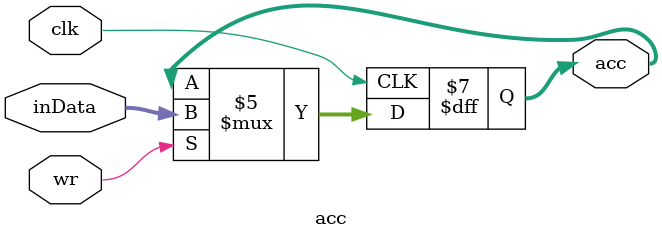
<source format=v>
module acc(
  input wire clk, wr,
  input wire[15:0] inData,
  output reg[15:0] acc
);

  always@(negedge clk) begin
    if (wr == 1)
      acc = inData;
  end
  
  initial begin
    acc = 0;
  end

endmodule

</source>
